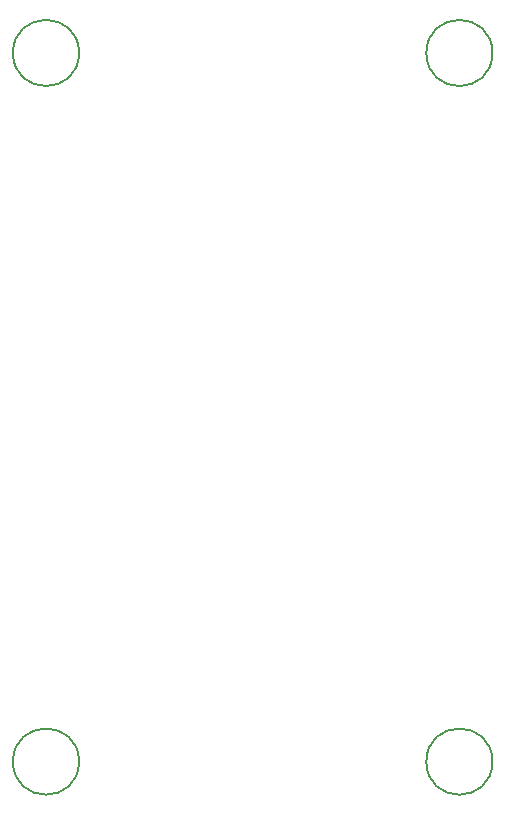
<source format=gbr>
%TF.GenerationSoftware,KiCad,Pcbnew,7.0.9*%
%TF.CreationDate,2024-10-15T17:16:27-06:00*%
%TF.ProjectId,i2c_mux,6932635f-6d75-4782-9e6b-696361645f70,rev?*%
%TF.SameCoordinates,Original*%
%TF.FileFunction,Other,Comment*%
%FSLAX46Y46*%
G04 Gerber Fmt 4.6, Leading zero omitted, Abs format (unit mm)*
G04 Created by KiCad (PCBNEW 7.0.9) date 2024-10-15 17:16:27*
%MOMM*%
%LPD*%
G01*
G04 APERTURE LIST*
%ADD10C,0.150000*%
G04 APERTURE END LIST*
D10*
%TO.C,H1*%
X107800000Y-65000000D02*
G75*
G03*
X107800000Y-65000000I-2800000J0D01*
G01*
%TO.C,H2*%
X107800000Y-125000000D02*
G75*
G03*
X107800000Y-125000000I-2800000J0D01*
G01*
%TO.C,H4*%
X142800000Y-65000000D02*
G75*
G03*
X142800000Y-65000000I-2800000J0D01*
G01*
%TO.C,H3*%
X142800000Y-125000000D02*
G75*
G03*
X142800000Y-125000000I-2800000J0D01*
G01*
%TD*%
M02*

</source>
